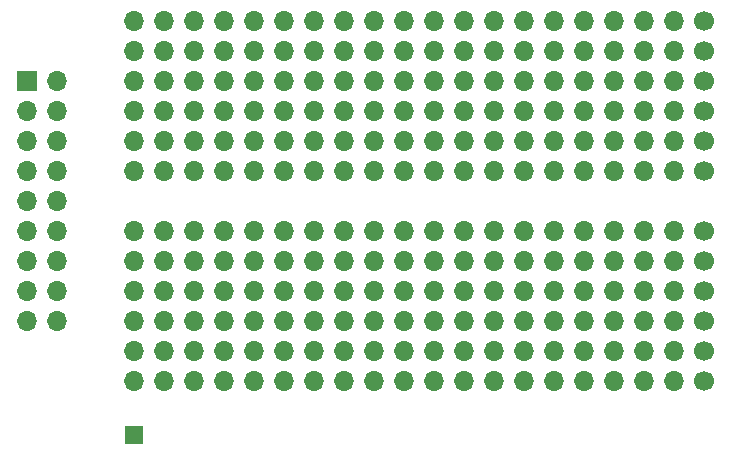
<source format=gbs>
G04 #@! TF.GenerationSoftware,KiCad,Pcbnew,8.0.8*
G04 #@! TF.CreationDate,2025-02-19T14:00:37-05:00*
G04 #@! TF.ProjectId,plot_gerbers,706c6f74-5f67-4657-9262-6572732e6b69,rev?*
G04 #@! TF.SameCoordinates,Original*
G04 #@! TF.FileFunction,Soldermask,Bot*
G04 #@! TF.FilePolarity,Negative*
%FSLAX46Y46*%
G04 Gerber Fmt 4.6, Leading zero omitted, Abs format (unit mm)*
G04 Created by KiCad (PCBNEW 8.0.8) date 2025-02-19 14:00:37*
%MOMM*%
%LPD*%
G01*
G04 APERTURE LIST*
%ADD10C,1.700000*%
%ADD11O,1.700000X1.700000*%
%ADD12R,1.500000X1.500000*%
%ADD13R,1.700000X1.700000*%
G04 APERTURE END LIST*
D10*
X169300000Y-80560000D03*
X169300000Y-83100000D03*
X169300000Y-85640000D03*
X169300000Y-88180000D03*
X169300000Y-90720000D03*
X169300000Y-93260000D03*
D11*
X166760000Y-80560000D03*
X166760000Y-83100000D03*
X166760000Y-85640000D03*
X166760000Y-88180000D03*
X166760000Y-90720000D03*
X166760000Y-93260000D03*
X164220000Y-80560000D03*
X164220000Y-83100000D03*
X164220000Y-85640000D03*
X164220000Y-88180000D03*
X164220000Y-90720000D03*
X164220000Y-93260000D03*
X161680000Y-80560000D03*
X161680000Y-83100000D03*
X161680000Y-85640000D03*
X161680000Y-88180000D03*
X161680000Y-90720000D03*
X161680000Y-93260000D03*
X159140000Y-80560000D03*
X159140000Y-83100000D03*
X159140000Y-85640000D03*
X159140000Y-88180000D03*
X159140000Y-90720000D03*
X159140000Y-93260000D03*
X156600000Y-80560000D03*
X156600000Y-83100000D03*
X156600000Y-85640000D03*
X156600000Y-88180000D03*
X156600000Y-90720000D03*
X156600000Y-93260000D03*
X154060000Y-80560000D03*
X154060000Y-83100000D03*
X154060000Y-85640000D03*
X154060000Y-88180000D03*
X154060000Y-90720000D03*
X154060000Y-93260000D03*
X151520000Y-80560000D03*
X151520000Y-83100000D03*
X151520000Y-85640000D03*
X151520000Y-88180000D03*
X151520000Y-90720000D03*
X151520000Y-93260000D03*
X148980000Y-80560000D03*
X148980000Y-83100000D03*
X148980000Y-85640000D03*
X148980000Y-88180000D03*
X148980000Y-90720000D03*
X148980000Y-93260000D03*
X146440000Y-80560000D03*
X146440000Y-83100000D03*
X146440000Y-85640000D03*
X146440000Y-88180000D03*
X146440000Y-90720000D03*
X146440000Y-93260000D03*
X143900000Y-80560000D03*
X143900000Y-83100000D03*
X143900000Y-85640000D03*
X143900000Y-88180000D03*
X143900000Y-90720000D03*
X143900000Y-93260000D03*
X141360000Y-80560000D03*
X141360000Y-83100000D03*
X141360000Y-85640000D03*
X141360000Y-88180000D03*
X141360000Y-90720000D03*
X141360000Y-93260000D03*
X138820000Y-80560000D03*
X138820000Y-83100000D03*
X138820000Y-85640000D03*
X138820000Y-88180000D03*
X138820000Y-90720000D03*
X138820000Y-93260000D03*
X136280000Y-80560000D03*
X136280000Y-83100000D03*
X136280000Y-85640000D03*
X136280000Y-88180000D03*
X136280000Y-90720000D03*
X136280000Y-93260000D03*
X133740000Y-80560000D03*
X133740000Y-83100000D03*
X133740000Y-85640000D03*
X133740000Y-88180000D03*
X133740000Y-90720000D03*
X133740000Y-93260000D03*
X131200000Y-80560000D03*
X131200000Y-83100000D03*
X131200000Y-85640000D03*
X131200000Y-88180000D03*
X131200000Y-90720000D03*
X131200000Y-93260000D03*
X128660000Y-80560000D03*
X128660000Y-83100000D03*
X128660000Y-85640000D03*
X128660000Y-88180000D03*
X128660000Y-90720000D03*
X128660000Y-93260000D03*
X126120000Y-80560000D03*
X126120000Y-83100000D03*
X126120000Y-85640000D03*
X126120000Y-88180000D03*
X126120000Y-90720000D03*
X126120000Y-93260000D03*
X123580000Y-80560000D03*
X123580000Y-83100000D03*
X123580000Y-85640000D03*
X123580000Y-88180000D03*
X123580000Y-90720000D03*
X123580000Y-93260000D03*
X121040000Y-80560000D03*
X121040000Y-83100000D03*
X121040000Y-85640000D03*
X121040000Y-88180000D03*
X121040000Y-90720000D03*
X121040000Y-93260000D03*
D10*
X169300000Y-98340000D03*
X169300000Y-100880000D03*
X169300000Y-103420000D03*
X169300000Y-105960000D03*
X169300000Y-108500000D03*
X169300000Y-111040000D03*
D11*
X166760000Y-98340000D03*
X166760000Y-100880000D03*
X166760000Y-103420000D03*
X166760000Y-105960000D03*
X166760000Y-108500000D03*
X166760000Y-111040000D03*
X164220000Y-98340000D03*
X164220000Y-100880000D03*
X164220000Y-103420000D03*
X164220000Y-105960000D03*
X164220000Y-108500000D03*
X164220000Y-111040000D03*
X161680000Y-98340000D03*
X161680000Y-100880000D03*
X161680000Y-103420000D03*
X161680000Y-105960000D03*
X161680000Y-108500000D03*
X161680000Y-111040000D03*
X159140000Y-98340000D03*
X159140000Y-100880000D03*
X159140000Y-103420000D03*
X159140000Y-105960000D03*
X159140000Y-108500000D03*
X159140000Y-111040000D03*
X156600000Y-98340000D03*
X156600000Y-100880000D03*
X156600000Y-103420000D03*
X156600000Y-105960000D03*
X156600000Y-108500000D03*
X156600000Y-111040000D03*
X154060000Y-98340000D03*
X154060000Y-100880000D03*
X154060000Y-103420000D03*
X154060000Y-105960000D03*
X154060000Y-108500000D03*
X154060000Y-111040000D03*
X151520000Y-98340000D03*
X151520000Y-100880000D03*
X151520000Y-103420000D03*
X151520000Y-105960000D03*
X151520000Y-108500000D03*
X151520000Y-111040000D03*
X148980000Y-98340000D03*
X148980000Y-100880000D03*
X148980000Y-103420000D03*
X148980000Y-105960000D03*
X148980000Y-108500000D03*
X148980000Y-111040000D03*
X146440000Y-98340000D03*
X146440000Y-100880000D03*
X146440000Y-103420000D03*
X146440000Y-105960000D03*
X146440000Y-108500000D03*
X146440000Y-111040000D03*
X143900000Y-98340000D03*
X143900000Y-100880000D03*
X143900000Y-103420000D03*
X143900000Y-105960000D03*
X143900000Y-108500000D03*
X143900000Y-111040000D03*
X141360000Y-98340000D03*
X141360000Y-100880000D03*
X141360000Y-103420000D03*
X141360000Y-105960000D03*
X141360000Y-108500000D03*
X141360000Y-111040000D03*
X138820000Y-98340000D03*
X138820000Y-100880000D03*
X138820000Y-103420000D03*
X138820000Y-105960000D03*
X138820000Y-108500000D03*
X138820000Y-111040000D03*
X136280000Y-98340000D03*
X136280000Y-100880000D03*
X136280000Y-103420000D03*
X136280000Y-105960000D03*
X136280000Y-108500000D03*
X136280000Y-111040000D03*
X133740000Y-98340000D03*
X133740000Y-100880000D03*
X133740000Y-103420000D03*
X133740000Y-105960000D03*
X133740000Y-108500000D03*
X133740000Y-111040000D03*
X131200000Y-98340000D03*
X131200000Y-100880000D03*
X131200000Y-103420000D03*
X131200000Y-105960000D03*
X131200000Y-108500000D03*
X131200000Y-111040000D03*
X128660000Y-98340000D03*
X128660000Y-100880000D03*
X128660000Y-103420000D03*
X128660000Y-105960000D03*
X128660000Y-108500000D03*
X128660000Y-111040000D03*
X126120000Y-98340000D03*
X126120000Y-100880000D03*
X126120000Y-103420000D03*
X126120000Y-105960000D03*
X126120000Y-108500000D03*
X126120000Y-111040000D03*
X123580000Y-98340000D03*
X123580000Y-100880000D03*
X123580000Y-103420000D03*
X123580000Y-105960000D03*
X123580000Y-108500000D03*
X123580000Y-111040000D03*
X121040000Y-98340000D03*
X121040000Y-100880000D03*
X121040000Y-103420000D03*
X121040000Y-105960000D03*
X121040000Y-108500000D03*
X121040000Y-111040000D03*
D12*
X121030000Y-115640000D03*
D13*
X112050000Y-85650000D03*
D11*
X114590000Y-85650000D03*
X112050000Y-88190000D03*
X114590000Y-88190000D03*
X112050000Y-90730000D03*
X114590000Y-90730000D03*
X112050000Y-93270000D03*
X114590000Y-93270000D03*
X112050000Y-95810000D03*
X114590000Y-95810000D03*
X112050000Y-98350000D03*
X114590000Y-98350000D03*
X112050000Y-100890000D03*
X114590000Y-100890000D03*
X112050000Y-103430000D03*
X114590000Y-103430000D03*
X112050000Y-105970000D03*
X114590000Y-105970000D03*
M02*

</source>
